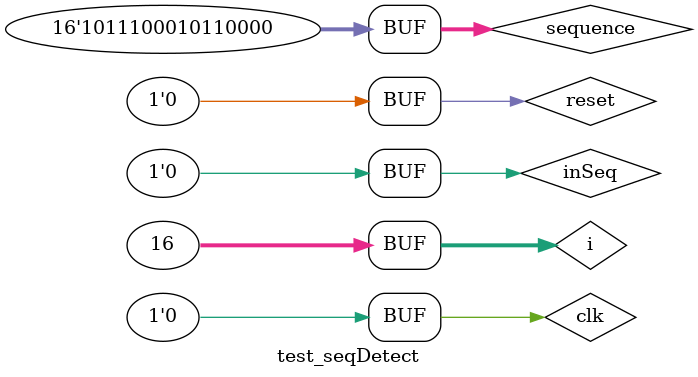
<source format=v>
module seqDetect( 
    input inSeq,
    input clk,
    input reset);

    parameter  s0 = 3'b000,
               s1 = 3'b001,
               s2 = 3'b010,
               s3 = 3'b011,
               s4 = 3'b100;
    
    reg [2:0] state;

    always @(posedge clk or posedge reset) begin
        if( reset )
            state <= s0;
        else begin
            // $display("current state = %b ",state);
            // $display("input:= ", inSeq);
            case (state)
                s0 : begin
                    // $display("State0");
                    if (inSeq) 
                        state <= s1;
                    else
                        state <= s0;
                end
                s1 : begin
                    // $display("State1");
                    if (inSeq) 
                        state <= s1;
                    else 
                        state <= s2;
                end
                s2 : begin
                    // $display("State2");
                    if (inSeq) 
                        state <= s3;
                    else 
                        state <= s0;
                end
                s3 : begin
                    // $display("State3");
                    if (inSeq) 
                        state <= s4;
                    else 
                        state <= s2;
                end
                s4 : begin
                    // $display("State4");
                    
                    if (!inSeq) begin
                        $display("Sequence detected");
                        state <= s2;
                    end
                    else 
                        state <= s1;
                end
                
                default: begin
                    $display("Default state");
                    state <= s0;
                end
            endcase 
        end
    end
endmodule

module test_seqDetect();

    reg inSeq, clk, reset;
    wire [2:0] state;
    integer i;

    always @(posedge clk)
        $display("inSeq = ", inSeq, " reset = ", reset);

    seqDetect sq(inSeq, clk, reset);

    reg [0:15] sequence;

    initial begin
        clk = 1'b0;
        reset = 1'b0;
        reset = 1'b1;
        sequence = 16'b1011_1000_1011_0000;
        #5 reset = 1'b0;

        for (i = 0; i < 16 ; i = i+1 ) begin
             inSeq = sequence[i];
            #2 clk = 1'b1;
            #2 clk = 1'b0;
        end
    end

endmodule
</source>
